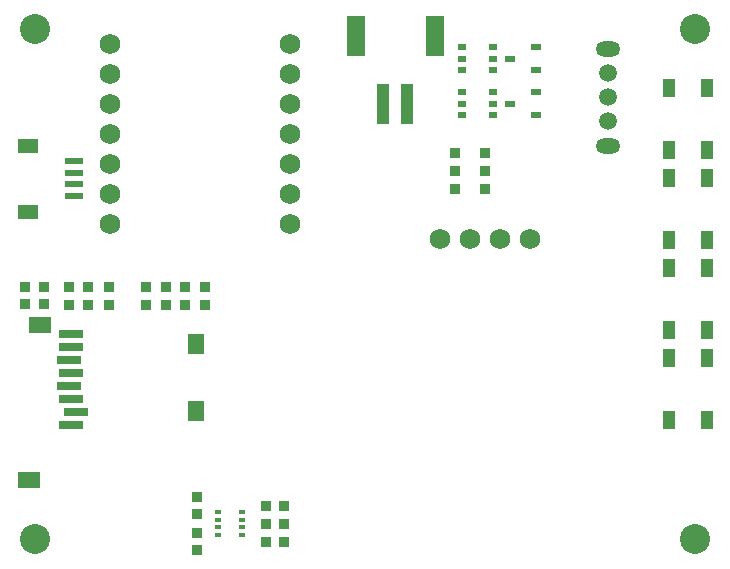
<source format=gbr>
%TF.GenerationSoftware,KiCad,Pcbnew,7.0.11*%
%TF.CreationDate,2024-02-24T16:34:23-05:00*%
%TF.ProjectId,destinationWeatherStation_r4-5,64657374-696e-4617-9469-6f6e57656174,03*%
%TF.SameCoordinates,Original*%
%TF.FileFunction,Soldermask,Top*%
%TF.FilePolarity,Negative*%
%FSLAX46Y46*%
G04 Gerber Fmt 4.6, Leading zero omitted, Abs format (unit mm)*
G04 Created by KiCad (PCBNEW 7.0.11) date 2024-02-24 16:34:23*
%MOMM*%
%LPD*%
G01*
G04 APERTURE LIST*
%ADD10R,1.000000X1.550000*%
%ADD11O,2.100000X1.300000*%
%ADD12C,1.500000*%
%ADD13R,0.826000X0.609000*%
%ADD14C,2.540000*%
%ADD15R,0.929000X0.820000*%
%ADD16R,0.970000X0.871000*%
%ADD17R,1.500000X3.400000*%
%ADD18R,1.000000X3.500000*%
%ADD19R,0.706000X0.567000*%
%ADD20R,2.000000X0.800000*%
%ADD21R,1.400000X1.800000*%
%ADD22R,1.900000X1.400000*%
%ADD23R,0.820000X0.929000*%
%ADD24C,1.750000*%
%ADD25R,1.800000X1.200000*%
%ADD26R,1.550000X0.600000*%
%ADD27R,0.500000X0.350000*%
G04 APERTURE END LIST*
D10*
%TO.C,SW5*%
X173685000Y-102785000D03*
X173685000Y-108035000D03*
X170485000Y-102785000D03*
X170485000Y-108035000D03*
%TD*%
%TO.C,SW3*%
X173685000Y-87545000D03*
X173685000Y-92795000D03*
X170485000Y-87545000D03*
X170485000Y-92795000D03*
%TD*%
%TO.C,SW2*%
X173685000Y-79925000D03*
X173685000Y-85175000D03*
X170485000Y-79925000D03*
X170485000Y-85175000D03*
%TD*%
D11*
%TO.C,SW1*%
X165354000Y-84830000D03*
X165354000Y-76630000D03*
D12*
X165354000Y-82730000D03*
X165354000Y-80730000D03*
X165354000Y-78730000D03*
%TD*%
D13*
%TO.C,Q2*%
X159228000Y-78420000D03*
X159228000Y-76520000D03*
X157002000Y-77470000D03*
%TD*%
D14*
%TO.C,H1*%
X116840000Y-74930000D03*
%TD*%
D15*
%TO.C,R12*%
X154939000Y-85485000D03*
X154939000Y-86995000D03*
X154939000Y-88505000D03*
%TD*%
D16*
%TO.C,C2*%
X130556000Y-117602000D03*
X130556000Y-119102000D03*
%TD*%
D17*
%TO.C,J1*%
X150670000Y-75586000D03*
X143970000Y-75586000D03*
D18*
X148320000Y-81336000D03*
X146320000Y-81336000D03*
%TD*%
D19*
%TO.C,Q4*%
X155608000Y-78420000D03*
X155608000Y-77470000D03*
X155608000Y-76520000D03*
X153002000Y-76520000D03*
X153002000Y-77470000D03*
X153002000Y-78420000D03*
%TD*%
D20*
%TO.C,J2*%
X119879000Y-108505000D03*
X120279000Y-107405000D03*
X119879000Y-106305000D03*
X119679000Y-105205000D03*
X119879000Y-104105000D03*
X119679000Y-103005000D03*
X119879000Y-101905000D03*
X119879000Y-100805000D03*
D21*
X130429000Y-101615000D03*
X130429000Y-107315000D03*
D22*
X117279000Y-100015000D03*
X116279000Y-113165000D03*
%TD*%
D10*
%TO.C,SW4*%
X173685000Y-95165000D03*
X173685000Y-100415000D03*
X170485000Y-95165000D03*
X170485000Y-100415000D03*
%TD*%
D23*
%TO.C,R10*%
X137910000Y-118364000D03*
X136400000Y-118364000D03*
%TD*%
D15*
%TO.C,R5*%
X127889000Y-96781000D03*
X127889000Y-98291000D03*
%TD*%
D16*
%TO.C,C4*%
X117602000Y-98286000D03*
X117602000Y-96786000D03*
%TD*%
D14*
%TO.C,H4*%
X172720000Y-118110000D03*
%TD*%
D15*
%TO.C,R3*%
X121343000Y-96781000D03*
X121343000Y-98291000D03*
%TD*%
D24*
%TO.C,U1*%
X123190000Y-76200000D03*
X123190000Y-78740000D03*
X123190000Y-81280000D03*
X123190000Y-83820000D03*
X123190000Y-86360000D03*
X123190000Y-88900000D03*
X123190000Y-91440000D03*
X138430000Y-91440000D03*
X138430000Y-88900000D03*
X138430000Y-86360000D03*
X138430000Y-83820000D03*
X138430000Y-81280000D03*
X138430000Y-78740000D03*
X138430000Y-76200000D03*
%TD*%
D25*
%TO.C,J3*%
X116235000Y-84830000D03*
X116235000Y-90430000D03*
D26*
X120110000Y-86130000D03*
X120110000Y-87130000D03*
X120110000Y-88130000D03*
X120110000Y-89130000D03*
%TD*%
D15*
%TO.C,R1*%
X131191000Y-96781000D03*
X131191000Y-98291000D03*
%TD*%
D27*
%TO.C,U2*%
X134375000Y-115865000D03*
X134375000Y-116515000D03*
X134375000Y-117165000D03*
X134375000Y-117815000D03*
X132325000Y-117815000D03*
X132325000Y-117165000D03*
X132325000Y-116515000D03*
X132325000Y-115865000D03*
%TD*%
D13*
%TO.C,Q1*%
X159228000Y-82230000D03*
X159228000Y-80330000D03*
X157002000Y-81280000D03*
%TD*%
D15*
%TO.C,R2*%
X119692000Y-96781000D03*
X119692000Y-98291000D03*
%TD*%
D24*
%TO.C,U3*%
X151130000Y-92710000D03*
X153670000Y-92710000D03*
X156210000Y-92710000D03*
X158750000Y-92710000D03*
%TD*%
D23*
%TO.C,R9*%
X137920000Y-116840000D03*
X136410000Y-116840000D03*
%TD*%
D15*
%TO.C,R6*%
X126238000Y-96781000D03*
X126238000Y-98291000D03*
%TD*%
D14*
%TO.C,H3*%
X116840000Y-118110000D03*
%TD*%
D15*
%TO.C,R7*%
X129540000Y-96781000D03*
X129540000Y-98291000D03*
%TD*%
%TO.C,R11*%
X152400000Y-85485000D03*
X152400000Y-86995000D03*
X152400000Y-88505000D03*
%TD*%
D23*
%TO.C,R8*%
X137920000Y-115316000D03*
X136410000Y-115316000D03*
%TD*%
D16*
%TO.C,C1*%
X130556000Y-114566000D03*
X130556000Y-116066000D03*
%TD*%
D15*
%TO.C,R4*%
X123063000Y-96781000D03*
X123063000Y-98291000D03*
%TD*%
D16*
%TO.C,C3*%
X115951000Y-98286000D03*
X115951000Y-96786000D03*
%TD*%
D19*
%TO.C,Q3*%
X155608000Y-82230000D03*
X155608000Y-81280000D03*
X155608000Y-80330000D03*
X153002000Y-80330000D03*
X153002000Y-81280000D03*
X153002000Y-82230000D03*
%TD*%
D14*
%TO.C,H2*%
X172720000Y-74930000D03*
%TD*%
M02*

</source>
